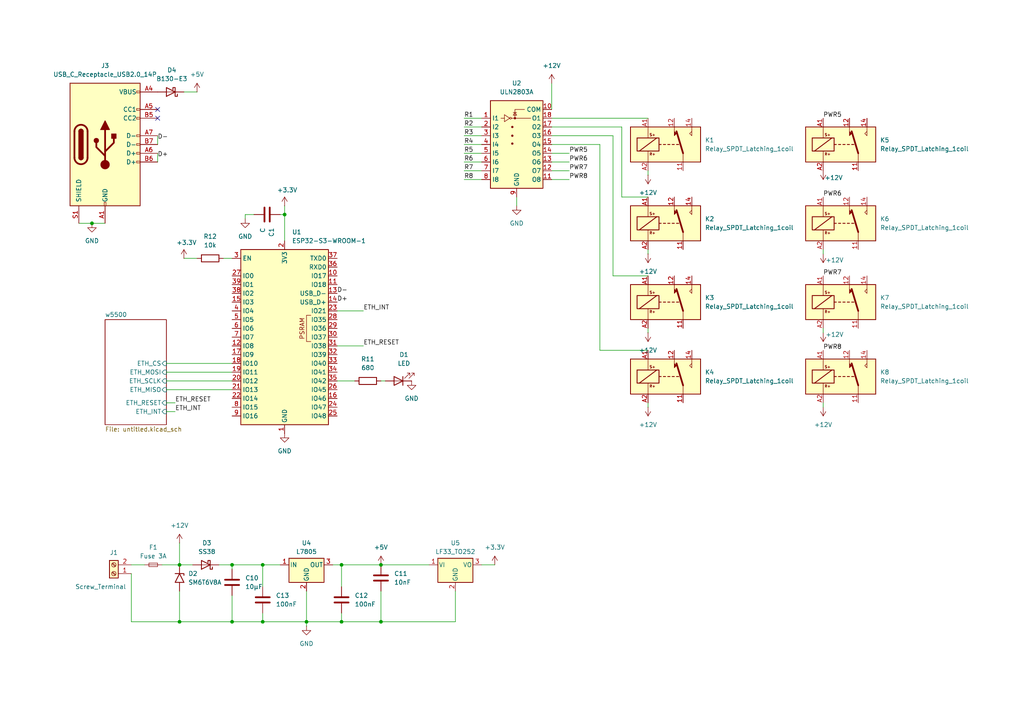
<source format=kicad_sch>
(kicad_sch (version 20250114) (generator "eeschema") (generator_version "9.0")
  (paper "A4")
  (lib_symbols
    (symbol "Connector:Screw_Terminal_01x02" (pin_names (offset 1.016) (hide yes))
      (property "Reference" "J" (at 0 2.54 0))
      (property "Value" "Screw_Terminal_01x02" (at 0 -5.08 0))
      (symbol "Screw_Terminal_01x02_1_1"
        (rectangle (start -1.27 1.27) (end 1.27 -3.81) (stroke (width 0.254)) (fill (type background)))
        (polyline (pts (xy -0.5334 0.3302) (xy 0.3302 -0.508)) (stroke (width 0.1524)))
        (polyline (pts (xy -0.5334 -2.2098) (xy 0.3302 -3.048)) (stroke (width 0.1524)))
        (polyline (pts (xy -0.3556 0.508) (xy 0.508 -0.3302)) (stroke (width 0.1524)))
        (polyline (pts (xy -0.3556 -2.032) (xy 0.508 -2.8702)) (stroke (width 0.1524)))
        (circle (center 0 0) (radius 0.635) (stroke (width 0.1524)))
        (circle (center 0 -2.54) (radius 0.635) (stroke (width 0.1524)))
        (pin passive line (at -5.08 0 0) (length 3.81) (name "Pin_1") (number "1"))
        (pin passive line (at -5.08 -2.54 0) (length 3.81) (name "Pin_2") (number "2"))
      )
    )
    (symbol "Connector:USB_C_Receptacle_USB2.0_14P" (pin_names (offset 1.016))
      (property "Reference" "J" (at 0 22.225 0))
      (property "Value" "USB_C_Receptacle_USB2.0_14P" (at 0 19.685 0))
      (symbol "USB_C_Receptacle_USB2.0_14P_0_0"
        (rectangle (start -0.254 -17.78) (end 0.254 -16.764))
        (rectangle (start 10.16 15.494) (end 9.144 14.986))
        (rectangle (start 10.16 10.414) (end 9.144 9.906))
        (rectangle (start 10.16 7.874) (end 9.144 7.366))
        (rectangle (start 10.16 2.794) (end 9.144 2.286))
        (rectangle (start 10.16 0.254) (end 9.144 -0.254))
        (rectangle (start 10.16 -2.286) (end 9.144 -2.794))
        (rectangle (start 10.16 -4.826) (end 9.144 -5.334))
      )
      (symbol "USB_C_Receptacle_USB2.0_14P_0_1"
        (rectangle (start -10.16 17.78) (end 10.16 -17.78) (stroke (width 0.254)) (fill (type background)))
        (polyline (pts (xy -8.89 -3.81) (xy -8.89 3.81)) (stroke (width 0.508)))
        (rectangle (start -7.62 -3.81) (end -6.35 3.81) (stroke (width 0.254)) (fill (type outline)))
        (arc (start -7.62 3.81) (mid -6.985 4.4423) (end -6.35 3.81) (stroke (width 0.254)))
        (arc (start -7.62 3.81) (mid -6.985 4.4423) (end -6.35 3.81) (stroke (width 0.254)) (fill (type outline)))
        (arc (start -8.89 3.81) (mid -6.985 5.7067) (end -5.08 3.81) (stroke (width 0.508)))
        (arc (start -5.08 -3.81) (mid -6.985 -5.7067) (end -8.89 -3.81) (stroke (width 0.508)))
        (arc (start -6.35 -3.81) (mid -6.985 -4.4423) (end -7.62 -3.81) (stroke (width 0.254)))
        (arc (start -6.35 -3.81) (mid -6.985 -4.4423) (end -7.62 -3.81) (stroke (width 0.254)) (fill (type outline)))
        (polyline (pts (xy -5.08 3.81) (xy -5.08 -3.81)) (stroke (width 0.508)))
        (circle (center -2.54 1.143) (radius 0.635) (stroke (width 0.254)) (fill (type outline)))
        (polyline (pts (xy -1.27 4.318) (xy 0 6.858) (xy 1.27 4.318) (xy -1.27 4.318)) (stroke (width 0.254)) (fill (type outline)))
        (polyline (pts (xy 0 -2.032) (xy 2.54 0.508) (xy 2.54 1.778)) (stroke (width 0.508)))
        (polyline (pts (xy 0 -3.302) (xy -2.54 -0.762) (xy -2.54 0.508)) (stroke (width 0.508)))
        (polyline (pts (xy 0 -5.842) (xy 0 4.318)) (stroke (width 0.508)))
        (circle (center 0 -5.842) (radius 1.27) (fill (type outline)))
        (rectangle (start 1.905 1.778) (end 3.175 3.048) (stroke (width 0.254)) (fill (type outline)))
      )
      (symbol "USB_C_Receptacle_USB2.0_14P_1_1"
        (pin passive line (at -7.62 -22.86 90) (length 5.08) (name "SHIELD") (number "S1"))
        (pin passive line (at 0 -22.86 90) (length 5.08) (name "GND") (number "A1"))
        (pin passive line (at 0 -22.86 90) (length 5.08) (hide yes) (name "GND") (number "A12"))
        (pin passive line (at 0 -22.86 90) (length 5.08) (hide yes) (name "GND") (number "B1"))
        (pin passive line (at 0 -22.86 90) (length 5.08) (hide yes) (name "GND") (number "B12"))
        (pin passive line (at 15.24 15.24 180) (length 5.08) (name "VBUS") (number "A4"))
        (pin passive line (at 15.24 15.24 180) (length 5.08) (hide yes) (name "VBUS") (number "A9"))
        (pin passive line (at 15.24 15.24 180) (length 5.08) (hide yes) (name "VBUS") (number "B4"))
        (pin passive line (at 15.24 15.24 180) (length 5.08) (hide yes) (name "VBUS") (number "B9"))
        (pin bidirectional line (at 15.24 10.16 180) (length 5.08) (name "CC1") (number "A5"))
        (pin bidirectional line (at 15.24 7.62 180) (length 5.08) (name "CC2") (number "B5"))
        (pin bidirectional line (at 15.24 2.54 180) (length 5.08) (name "D-") (number "A7"))
        (pin bidirectional line (at 15.24 0 180) (length 5.08) (name "D-") (number "B7"))
        (pin bidirectional line (at 15.24 -2.54 180) (length 5.08) (name "D+") (number "A6"))
        (pin bidirectional line (at 15.24 -5.08 180) (length 5.08) (name "D+") (number "B6"))
      )
    )
    (symbol "Device:C" (pin_numbers (hide yes)) (pin_names (offset 0.254))
      (property "Reference" "C" (at 0.635 2.54 0))
      (property "Value" "C" (at 0.635 -2.54 0))
      (symbol "C_0_1"
        (polyline (pts (xy -2.032 0.762) (xy 2.032 0.762)) (stroke (width 0.508)))
        (polyline (pts (xy -2.032 -0.762) (xy 2.032 -0.762)) (stroke (width 0.508)))
      )
      (symbol "C_1_1"
        (pin passive line (at 0 3.81 270) (length 2.794) (name "~") (number "1"))
        (pin passive line (at 0 -3.81 90) (length 2.794) (name "~") (number "2"))
      )
    )
    (symbol "Device:Fuse_Small" (pin_numbers (hide yes)) (pin_names (offset 0.254) (hide yes))
      (property "Reference" "F" (at 0 -1.524 0))
      (property "Value" "Fuse_Small" (at 0 1.524 0))
      (symbol "Fuse_Small_0_1"
        (rectangle (start -1.27 0.508) (end 1.27 -0.508))
        (polyline (pts (xy -1.27 0) (xy 1.27 0)))
      )
      (symbol "Fuse_Small_1_1"
        (pin passive line (at -2.54 0 0) (length 1.27) (name "~") (number "1"))
        (pin passive line (at 2.54 0 180) (length 1.27) (name "~") (number "2"))
      )
    )
    (symbol "Device:LED" (pin_numbers (hide yes)) (pin_names (offset 1.016) (hide yes))
      (property "Reference" "D" (at 0 2.54 0))
      (property "Value" "LED" (at 0 -2.54 0))
      (symbol "LED_0_1"
        (polyline (pts (xy -3.048 -0.762) (xy -4.572 -2.286) (xy -3.81 -2.286) (xy -4.572 -2.286) (xy -4.572 -1.524)))
        (polyline (pts (xy -1.778 -0.762) (xy -3.302 -2.286) (xy -2.54 -2.286) (xy -3.302 -2.286) (xy -3.302 -1.524)))
        (polyline (pts (xy -1.27 0) (xy 1.27 0)))
        (polyline (pts (xy -1.27 -1.27) (xy -1.27 1.27)) (stroke (width 0.254)))
        (polyline (pts (xy 1.27 -1.27) (xy 1.27 1.27) (xy -1.27 0) (xy 1.27 -1.27)) (stroke (width 0.254)))
      )
      (symbol "LED_1_1"
        (pin passive line (at -3.81 0 0) (length 2.54) (name "K") (number "1"))
        (pin passive line (at 3.81 0 180) (length 2.54) (name "A") (number "2"))
      )
    )
    (symbol "Device:R" (pin_numbers (hide yes)) (pin_names (offset 0))
      (property "Reference" "R" (at 2.032 0 90))
      (property "Value" "R" (at 0 0 90))
      (symbol "R_0_1"
        (rectangle (start -1.016 -2.54) (end 1.016 2.54) (stroke (width 0.254)))
      )
      (symbol "R_1_1"
        (pin passive line (at 0 3.81 270) (length 1.27) (name "~") (number "1"))
        (pin passive line (at 0 -3.81 90) (length 1.27) (name "~") (number "2"))
      )
    )
    (symbol "Diode:B130-E3" (pin_numbers (hide yes)) (pin_names (hide yes))
      (property "Reference" "D" (at 0 2.54 0))
      (property "Value" "B130-E3" (at 0 -2.54 0))
      (symbol "B130-E3_0_1"
        (polyline (pts (xy -1.905 0.635) (xy -1.905 1.27) (xy -1.27 1.27) (xy -1.27 -1.27) (xy -0.635 -1.27) (xy -0.635 -0.635)) (stroke (width 0.254)))
        (polyline (pts (xy 1.27 1.27) (xy 1.27 -1.27) (xy -1.27 0) (xy 1.27 1.27)) (stroke (width 0.254)))
        (polyline (pts (xy 1.27 0) (xy -1.27 0)))
      )
      (symbol "B130-E3_1_1"
        (pin passive line (at -3.81 0 0) (length 2.54) (name "K") (number "1"))
        (pin passive line (at 3.81 0 180) (length 2.54) (name "A") (number "2"))
      )
    )
    (symbol "Diode:SM6T6V8A" (pin_numbers (hide yes)) (pin_names (offset 1.016) (hide yes))
      (property "Reference" "D" (at 0 2.54 0))
      (property "Value" "SM6T6V8A" (at 0 -2.54 0))
      (symbol "SM6T6V8A_0_1"
        (polyline (pts (xy -0.762 1.27) (xy -1.27 1.27) (xy -1.27 -1.27)) (stroke (width 0.254)))
        (polyline (pts (xy 1.27 1.27) (xy 1.27 -1.27) (xy -1.27 0) (xy 1.27 1.27)) (stroke (width 0.254)))
      )
      (symbol "SM6T6V8A_1_1"
        (pin passive line (at -3.81 0 0) (length 2.54) (name "A1") (number "1"))
        (pin passive line (at 3.81 0 180) (length 2.54) (name "A2") (number "2"))
      )
    )
    (symbol "Diode:SS38" (pin_numbers (hide yes)) (pin_names (offset 1.016) (hide yes))
      (property "Reference" "D" (at 0 2.54 0))
      (property "Value" "SS38" (at 0 -2.54 0))
      (symbol "SS38_0_1"
        (polyline (pts (xy -1.905 0.635) (xy -1.905 1.27) (xy -1.27 1.27) (xy -1.27 -1.27) (xy -0.635 -1.27) (xy -0.635 -0.635)) (stroke (width 0.254)))
        (polyline (pts (xy 1.27 1.27) (xy 1.27 -1.27) (xy -1.27 0) (xy 1.27 1.27)) (stroke (width 0.254)))
        (polyline (pts (xy 1.27 0) (xy -1.27 0)))
      )
      (symbol "SS38_1_1"
        (pin passive line (at -3.81 0 0) (length 2.54) (name "K") (number "1"))
        (pin passive line (at 3.81 0 180) (length 2.54) (name "A") (number "2"))
      )
    )
    (symbol "RF_Module:ESP32-S3-WROOM-1"
      (property "Reference" "U" (at -12.7 26.67 0))
      (property "Value" "ESP32-S3-WROOM-1" (at 12.7 26.67 0))
      (symbol "ESP32-S3-WROOM-1_0_0"
        (rectangle (start -12.7 25.4) (end 12.7 -25.4) (stroke (width 0.254)) (fill (type background)))
        (text "PSRAM" (at 5.08 2.54 900) (effects (font (size 1.27 1.27))))
      )
      (symbol "ESP32-S3-WROOM-1_0_1"
        (polyline (pts (xy 7.62 -1.27) (xy 6.35 -1.27) (xy 6.35 6.35) (xy 7.62 6.35)))
      )
      (symbol "ESP32-S3-WROOM-1_1_1"
        (pin input line (at -15.24 22.86 0) (length 2.54) (name "EN") (number "3"))
        (pin bidirectional line (at -15.24 17.78 0) (length 2.54) (name "IO0") (number "27"))
        (pin bidirectional line (at -15.24 15.24 0) (length 2.54) (name "IO1") (number "39"))
        (pin bidirectional line (at -15.24 12.7 0) (length 2.54) (name "IO2") (number "38"))
        (pin bidirectional line (at -15.24 10.16 0) (length 2.54) (name "IO3") (number "15"))
        (pin bidirectional line (at -15.24 7.62 0) (length 2.54) (name "IO4") (number "4"))
        (pin bidirectional line (at -15.24 5.08 0) (length 2.54) (name "IO5") (number "5"))
        (pin bidirectional line (at -15.24 2.54 0) (length 2.54) (name "IO6") (number "6"))
        (pin bidirectional line (at -15.24 0 0) (length 2.54) (name "IO7") (number "7"))
        (pin bidirectional line (at -15.24 -2.54 0) (length 2.54) (name "IO8") (number "12"))
        (pin bidirectional line (at -15.24 -5.08 0) (length 2.54) (name "IO9") (number "17"))
        (pin bidirectional line (at -15.24 -7.62 0) (length 2.54) (name "IO10") (number "18"))
        (pin bidirectional line (at -15.24 -10.16 0) (length 2.54) (name "IO11") (number "19"))
        (pin bidirectional line (at -15.24 -12.7 0) (length 2.54) (name "IO12") (number "20"))
        (pin bidirectional line (at -15.24 -15.24 0) (length 2.54) (name "IO13") (number "21"))
        (pin bidirectional line (at -15.24 -17.78 0) (length 2.54) (name "IO14") (number "22"))
        (pin bidirectional line (at -15.24 -20.32 0) (length 2.54) (name "IO15") (number "8"))
        (pin bidirectional line (at -15.24 -22.86 0) (length 2.54) (name "IO16") (number "9"))
        (pin power_in line (at 0 27.94 270) (length 2.54) (name "3V3") (number "2"))
        (pin power_in line (at 0 -27.94 90) (length 2.54) (name "GND") (number "1"))
        (pin passive line (at 0 -27.94 90) (length 2.54) (hide yes) (name "GND") (number "40"))
        (pin passive line (at 0 -27.94 90) (length 2.54) (hide yes) (name "GND") (number "41"))
        (pin bidirectional line (at 15.24 22.86 180) (length 2.54) (name "TXD0") (number "37"))
        (pin bidirectional line (at 15.24 20.32 180) (length 2.54) (name "RXD0") (number "36"))
        (pin bidirectional line (at 15.24 17.78 180) (length 2.54) (name "IO17") (number "10"))
        (pin bidirectional line (at 15.24 15.24 180) (length 2.54) (name "IO18") (number "11"))
        (pin bidirectional line (at 15.24 12.7 180) (length 2.54) (name "USB_D-") (number "13"))
        (pin bidirectional line (at 15.24 10.16 180) (length 2.54) (name "USB_D+") (number "14"))
        (pin bidirectional line (at 15.24 7.62 180) (length 2.54) (name "IO21") (number "23"))
        (pin bidirectional line (at 15.24 5.08 180) (length 2.54) (name "IO35") (number "28"))
        (pin bidirectional line (at 15.24 2.54 180) (length 2.54) (name "IO36") (number "29"))
        (pin bidirectional line (at 15.24 0 180) (length 2.54) (name "IO37") (number "30"))
        (pin bidirectional line (at 15.24 -2.54 180) (length 2.54) (name "IO38") (number "31"))
        (pin bidirectional line (at 15.24 -5.08 180) (length 2.54) (name "IO39") (number "32"))
        (pin bidirectional line (at 15.24 -7.62 180) (length 2.54) (name "IO40") (number "33"))
        (pin bidirectional line (at 15.24 -10.16 180) (length 2.54) (name "IO41") (number "34"))
        (pin bidirectional line (at 15.24 -12.7 180) (length 2.54) (name "IO42") (number "35"))
        (pin bidirectional line (at 15.24 -15.24 180) (length 2.54) (name "IO45") (number "26"))
        (pin bidirectional line (at 15.24 -17.78 180) (length 2.54) (name "IO46") (number "16"))
        (pin bidirectional line (at 15.24 -20.32 180) (length 2.54) (name "IO47") (number "24"))
        (pin bidirectional line (at 15.24 -22.86 180) (length 2.54) (name "IO48") (number "25"))
      )
    )
    (symbol "Regulator_Linear:L7805" (pin_names (offset 0.254))
      (property "Reference" "U" (at -3.81 3.175 0))
      (property "Value" "L7805" (at 0 3.175 0))
      (symbol "L7805_0_1"
        (rectangle (start -5.08 1.905) (end 5.08 -5.08) (stroke (width 0.254)) (fill (type background)))
      )
      (symbol "L7805_1_1"
        (pin power_in line (at -7.62 0 0) (length 2.54) (name "IN") (number "1"))
        (pin power_in line (at 0 -7.62 90) (length 2.54) (name "GND") (number "2"))
        (pin power_out line (at 7.62 0 180) (length 2.54) (name "OUT") (number "3"))
      )
    )
    (symbol "Regulator_Linear:LF33_TO252" (pin_names (offset 0.254))
      (property "Reference" "U" (at -3.81 3.175 0))
      (property "Value" "LF33_TO252" (at 0 3.175 0))
      (symbol "LF33_TO252_0_1"
        (rectangle (start -5.08 1.905) (end 5.08 -5.08) (stroke (width 0.254)) (fill (type background)))
      )
      (symbol "LF33_TO252_1_1"
        (pin power_in line (at -7.62 0 0) (length 2.54) (name "VI") (number "1"))
        (pin power_in line (at 0 -7.62 90) (length 2.54) (name "GND") (number "2"))
        (pin power_out line (at 7.62 0 180) (length 2.54) (name "VO") (number "3"))
      )
    )
    (symbol "Relay:Relay_SPDT_Latching_1coil"
      (property "Reference" "K" (at 11.43 3.81 0))
      (property "Value" "Relay_SPDT_Latching_1coil" (at 11.43 1.27 0))
      (symbol "Relay_SPDT_Latching_1coil_0_0"
        (polyline (pts (xy 7.62 5.08) (xy 7.62 2.54) (xy 6.985 3.175) (xy 7.62 3.81)))
      )
      (symbol "Relay_SPDT_Latching_1coil_0_1"
        (rectangle (start -8.255 1.905) (end -1.905 -1.905) (stroke (width 0.254)))
        (polyline (pts (xy -7.62 -1.905) (xy -2.54 1.905)) (stroke (width 0.254)))
        (polyline (pts (xy -5.08 5.08) (xy -5.08 1.905)))
        (polyline (pts (xy -5.08 -5.08) (xy -5.08 -1.905)))
        (polyline (pts (xy -1.905 0) (xy -1.27 0)) (stroke (width 0.254)))
        (polyline (pts (xy -0.635 0) (xy 0 0)) (stroke (width 0.254)))
        (polyline (pts (xy 0.635 0) (xy 1.27 0)) (stroke (width 0.254)))
        (polyline (pts (xy 1.905 0) (xy 2.54 0)) (stroke (width 0.254)))
        (polyline (pts (xy 2.54 5.08) (xy 2.54 2.54) (xy 3.175 3.175) (xy 2.54 3.81)) (fill (type outline)))
        (polyline (pts (xy 3.175 0) (xy 3.81 0)) (stroke (width 0.254)))
        (polyline (pts (xy 5.08 -2.54) (xy 3.175 3.81)) (stroke (width 0.508)))
        (polyline (pts (xy 5.08 -2.54) (xy 5.08 -5.08)))
      )
      (symbol "Relay_SPDT_Latching_1coil_1_0"
        (text "S+" (at -3.81 2.794 0) (effects (font (size 0.762 0.762))))
        (text "R+" (at -3.81 -2.794 0) (effects (font (size 0.762 0.762))))
      )
      (symbol "Relay_SPDT_Latching_1coil_1_1"
        (rectangle (start -10.16 5.08) (end 10.16 -5.08) (stroke (width 0.254)) (fill (type background)))
        (pin passive line (at -5.08 7.62 270) (length 2.54) (name "~") (number "A1"))
        (pin passive line (at -5.08 -7.62 90) (length 2.54) (name "~") (number "A2"))
        (pin passive line (at 2.54 7.62 270) (length 2.54) (name "~") (number "12"))
        (pin passive line (at 5.08 -7.62 90) (length 2.54) (name "~") (number "11"))
        (pin passive line (at 7.62 7.62 270) (length 2.54) (name "~") (number "14"))
      )
    )
    (symbol "Transistor_Array:ULN2803A"
      (property "Reference" "U" (at 0 13.335 0))
      (property "Value" "ULN2803A" (at 0 11.43 0))
      (symbol "ULN2803A_0_1"
        (rectangle (start -7.62 -15.24) (end 7.62 10.16) (stroke (width 0.254)) (fill (type background)))
        (polyline (pts (xy -4.572 5.08) (xy -3.556 5.08)))
        (polyline (pts (xy -3.556 6.096) (xy -3.556 4.064) (xy -2.032 5.08) (xy -3.556 6.096)))
        (circle (center -1.778 5.08) (radius 0.254))
        (polyline (pts (xy -1.524 5.08) (xy 4.064 5.08)))
        (circle (center -1.27 2.54) (radius 0.254) (fill (type outline)))
        (circle (center -1.27 0) (radius 0.254) (fill (type outline)))
        (circle (center -1.27 -2.286) (radius 0.254) (fill (type outline)))
        (circle (center -0.508 5.08) (radius 0.254) (fill (type outline)))
        (polyline (pts (xy -0.508 5.08) (xy -0.508 7.62) (xy 2.286 7.62)))
        (polyline (pts (xy 0 6.731) (xy -1.016 6.731)))
        (polyline (pts (xy 0 5.969) (xy -1.016 5.969) (xy -0.508 6.731) (xy 0 5.969)))
      )
      (symbol "ULN2803A_1_1"
        (pin input line (at -10.16 5.08 0) (length 2.54) (name "I1") (number "1"))
        (pin input line (at -10.16 2.54 0) (length 2.54) (name "I2") (number "2"))
        (pin input line (at -10.16 0 0) (length 2.54) (name "I3") (number "3"))
        (pin input line (at -10.16 -2.54 0) (length 2.54) (name "I4") (number "4"))
        (pin input line (at -10.16 -5.08 0) (length 2.54) (name "I5") (number "5"))
        (pin input line (at -10.16 -7.62 0) (length 2.54) (name "I6") (number "6"))
        (pin input line (at -10.16 -10.16 0) (length 2.54) (name "I7") (number "7"))
        (pin input line (at -10.16 -12.7 0) (length 2.54) (name "I8") (number "8"))
        (pin power_in line (at 0 -17.78 90) (length 2.54) (name "GND") (number "9"))
        (pin passive line (at 10.16 7.62 180) (length 2.54) (name "COM") (number "10"))
        (pin open_collector line (at 10.16 5.08 180) (length 2.54) (name "O1") (number "18"))
        (pin open_collector line (at 10.16 2.54 180) (length 2.54) (name "O2") (number "17"))
        (pin open_collector line (at 10.16 0 180) (length 2.54) (name "O3") (number "16"))
        (pin open_collector line (at 10.16 -2.54 180) (length 2.54) (name "O4") (number "15"))
        (pin open_collector line (at 10.16 -5.08 180) (length 2.54) (name "O5") (number "14"))
        (pin open_collector line (at 10.16 -7.62 180) (length 2.54) (name "O6") (number "13"))
        (pin open_collector line (at 10.16 -10.16 180) (length 2.54) (name "O7") (number "12"))
        (pin open_collector line (at 10.16 -12.7 180) (length 2.54) (name "O8") (number "11"))
      )
    )
    (symbol "power:+12V" (power) (pin_numbers (hide yes)) (pin_names (offset 0) (hide yes))
      (property "Value" "+12V" (at 0 3.556 0))
      (symbol "+12V_0_1"
        (polyline (pts (xy -0.762 1.27) (xy 0 2.54)))
        (polyline (pts (xy 0 2.54) (xy 0.762 1.27)))
        (polyline (pts (xy 0 0) (xy 0 2.54)))
      )
      (symbol "+12V_1_1"
        (pin power_in line (at 0 0 90) (length 0) (name "~") (number "1"))
      )
    )
    (symbol "power:+3.3V" (power) (pin_numbers (hide yes)) (pin_names (offset 0) (hide yes))
      (property "Value" "+3.3V" (at 0 3.556 0))
      (symbol "+3.3V_0_1"
        (polyline (pts (xy -0.762 1.27) (xy 0 2.54)))
        (polyline (pts (xy 0 2.54) (xy 0.762 1.27)))
        (polyline (pts (xy 0 0) (xy 0 2.54)))
      )
      (symbol "+3.3V_1_1"
        (pin power_in line (at 0 0 90) (length 0) (name "~") (number "1"))
      )
    )
    (symbol "power:+5V" (power) (pin_numbers (hide yes)) (pin_names (offset 0) (hide yes))
      (property "Value" "+5V" (at 0 3.556 0))
      (symbol "+5V_0_1"
        (polyline (pts (xy -0.762 1.27) (xy 0 2.54)))
        (polyline (pts (xy 0 2.54) (xy 0.762 1.27)))
        (polyline (pts (xy 0 0) (xy 0 2.54)))
      )
      (symbol "+5V_1_1"
        (pin power_in line (at 0 0 90) (length 0) (name "~") (number "1"))
      )
    )
    (symbol "power:GND" (power) (pin_numbers (hide yes)) (pin_names (offset 0) (hide yes))
      (property "Value" "GND" (at 0 -3.81 0))
      (symbol "GND_0_1"
        (polyline (pts (xy 0 0) (xy 0 -1.27) (xy 1.27 -1.27) (xy 0 -2.54) (xy -1.27 -1.27) (xy 0 -1.27)))
      )
      (symbol "GND_1_1"
        (pin power_in line (at 0 0 270) (length 0) (name "~") (number "1"))
      )
    )
  )
  (junction (at 26.67 64.77))
  (junction (at 99.06 180.34))
  (junction (at 76.2 163.83))
  (junction (at 99.06 163.83))
  (junction (at 52.07 180.34))
  (junction (at 67.31 163.83))
  (junction (at 76.2 180.34))
  (junction (at 110.49 180.34))
  (junction (at 88.9 180.34))
  (junction (at 67.31 180.34))
  (junction (at 52.07 163.83))
  (junction (at 110.49 163.83))
  (junction (at 82.55 62.23))
  (no_connect (at 45.72 31.75))
  (no_connect (at 45.72 34.29))
  (wire (pts (xy 96.52 163.83) (xy 99.06 163.83)))
  (wire (pts (xy 38.1 180.34) (xy 52.07 180.34)))
  (wire (pts (xy 110.49 163.83) (xy 124.46 163.83)))
  (wire (pts (xy 76.2 180.34) (xy 76.2 177.8)))
  (wire (pts (xy 134.62 34.29) (xy 139.7 34.29)))
  (wire (pts (xy 187.96 96.52) (xy 187.96 95.25)))
  (wire (pts (xy 134.62 36.83) (xy 139.7 36.83)))
  (wire (pts (xy 52.07 163.83) (xy 55.88 163.83)))
  (wire (pts (xy 48.26 110.49) (xy 67.31 110.49)))
  (wire (pts (xy 173.99 41.91) (xy 173.99 101.6)))
  (wire (pts (xy 53.34 74.93) (xy 57.15 74.93)))
  (wire (pts (xy 46.99 163.83) (xy 52.07 163.83)))
  (wire (pts (xy 149.86 57.15) (xy 149.86 59.69)))
  (wire (pts (xy 99.06 180.34) (xy 99.06 177.8)))
  (wire (pts (xy 81.28 163.83) (xy 76.2 163.83)))
  (wire (pts (xy 48.26 116.84) (xy 50.8 116.84)))
  (wire (pts (xy 88.9 180.34) (xy 88.9 181.61)))
  (wire (pts (xy 52.07 157.48) (xy 52.07 163.83)))
  (wire (pts (xy 160.02 44.45) (xy 165.1 44.45)))
  (wire (pts (xy 160.02 41.91) (xy 173.99 41.91)))
  (wire (pts (xy 64.77 74.93) (xy 67.31 74.93)))
  (wire (pts (xy 76.2 180.34) (xy 67.31 180.34)))
  (wire (pts (xy 160.02 34.29) (xy 187.96 34.29)))
  (wire (pts (xy 160.02 46.99) (xy 165.1 46.99)))
  (wire (pts (xy 48.26 105.41) (xy 67.31 105.41)))
  (wire (pts (xy 187.96 50.8) (xy 187.96 49.53)))
  (wire (pts (xy 45.72 39.37) (xy 45.72 41.91)))
  (wire (pts (xy 48.26 113.03) (xy 67.31 113.03)))
  (wire (pts (xy 110.49 110.49) (xy 111.76 110.49)))
  (wire (pts (xy 52.07 171.45) (xy 52.07 180.34)))
  (wire (pts (xy 238.76 96.52) (xy 238.76 95.25)))
  (wire (pts (xy 139.7 163.83) (xy 143.51 163.83)))
  (wire (pts (xy 71.12 63.5) (xy 71.12 62.23)))
  (wire (pts (xy 38.1 163.83) (xy 41.91 163.83)))
  (wire (pts (xy 76.2 170.18) (xy 76.2 163.83)))
  (wire (pts (xy 82.55 62.23) (xy 82.55 69.85)))
  (wire (pts (xy 177.8 39.37) (xy 177.8 80.01)))
  (wire (pts (xy 180.34 57.15) (xy 187.96 57.15)))
  (wire (pts (xy 88.9 180.34) (xy 76.2 180.34)))
  (wire (pts (xy 88.9 180.34) (xy 99.06 180.34)))
  (wire (pts (xy 88.9 171.45) (xy 88.9 180.34)))
  (wire (pts (xy 76.2 163.83) (xy 67.31 163.83)))
  (wire (pts (xy 82.55 59.69) (xy 82.55 62.23)))
  (wire (pts (xy 160.02 24.13) (xy 160.02 31.75)))
  (wire (pts (xy 173.99 101.6) (xy 187.96 101.6)))
  (wire (pts (xy 22.86 64.77) (xy 26.67 64.77)))
  (wire (pts (xy 238.76 73.66) (xy 238.76 72.39)))
  (wire (pts (xy 187.96 118.11) (xy 187.96 116.84)))
  (wire (pts (xy 67.31 180.34) (xy 67.31 172.72)))
  (wire (pts (xy 99.06 163.83) (xy 99.06 170.18)))
  (wire (pts (xy 160.02 49.53) (xy 165.1 49.53)))
  (wire (pts (xy 160.02 39.37) (xy 177.8 39.37)))
  (wire (pts (xy 160.02 52.07) (xy 165.1 52.07)))
  (wire (pts (xy 134.62 41.91) (xy 139.7 41.91)))
  (wire (pts (xy 99.06 163.83) (xy 110.49 163.83)))
  (wire (pts (xy 26.67 64.77) (xy 30.48 64.77)))
  (wire (pts (xy 48.26 107.95) (xy 67.31 107.95)))
  (wire (pts (xy 52.07 180.34) (xy 67.31 180.34)))
  (wire (pts (xy 134.62 49.53) (xy 139.7 49.53)))
  (wire (pts (xy 67.31 163.83) (xy 63.5 163.83)))
  (wire (pts (xy 187.96 73.66) (xy 187.96 72.39)))
  (wire (pts (xy 134.62 44.45) (xy 139.7 44.45)))
  (wire (pts (xy 48.26 119.38) (xy 50.8 119.38)))
  (wire (pts (xy 45.72 44.45) (xy 45.72 46.99)))
  (wire (pts (xy 81.28 62.23) (xy 82.55 62.23)))
  (wire (pts (xy 134.62 52.07) (xy 139.7 52.07)))
  (wire (pts (xy 57.15 26.67) (xy 53.34 26.67)))
  (wire (pts (xy 97.79 110.49) (xy 102.87 110.49)))
  (wire (pts (xy 67.31 165.1) (xy 67.31 163.83)))
  (wire (pts (xy 177.8 80.01) (xy 187.96 80.01)))
  (wire (pts (xy 238.76 118.11) (xy 238.76 116.84)))
  (wire (pts (xy 134.62 46.99) (xy 139.7 46.99)))
  (wire (pts (xy 105.41 100.33) (xy 97.79 100.33)))
  (wire (pts (xy 105.41 90.17) (xy 97.79 90.17)))
  (wire (pts (xy 160.02 36.83) (xy 180.34 36.83)))
  (wire (pts (xy 180.34 36.83) (xy 180.34 57.15)))
  (wire (pts (xy 71.12 62.23) (xy 73.66 62.23)))
  (wire (pts (xy 132.08 171.45) (xy 132.08 180.34)))
  (wire (pts (xy 132.08 180.34) (xy 110.49 180.34)))
  (wire (pts (xy 134.62 39.37) (xy 139.7 39.37)))
  (wire (pts (xy 110.49 180.34) (xy 110.49 171.45)))
  (wire (pts (xy 38.1 166.37) (xy 38.1 180.34)))
  (wire (pts (xy 99.06 180.34) (xy 110.49 180.34)))
  (label "PWR7" (at 165.1 49.53 0))
  (label "PWR5" (at 165.1 44.45 0))
  (label "R8" (at 134.62 52.07 0))
  (label "D-" (at 97.79 85.09 0))
  (label "D+" (at 97.79 87.63 0))
  (label "D+" (at 45.72 45.72 0))
  (label "R7" (at 134.62 49.53 0))
  (label "ETH_INT" (at 105.41 90.17 0))
  (label "PWR8" (at 238.76 101.6 0))
  (label "R3" (at 134.62 39.37 0))
  (label "R5" (at 134.62 44.45 0))
  (label "ETH_INT" (at 50.8 119.38 0))
  (label "R6" (at 134.62 46.99 0))
  (label "PWR8" (at 165.1 52.07 0))
  (label "R1" (at 134.62 34.29 0))
  (label "ETH_RESET" (at 50.8 116.84 0))
  (label "ETH_RESET" (at 105.41 100.33 0))
  (label "PWR7" (at 238.76 80.01 0))
  (label "PWR6" (at 238.76 57.15 0))
  (label "PWR6" (at 165.1 46.99 0))
  (label "D-" (at 45.72 40.64 0))
  (label "R2" (at 134.62 36.83 0))
  (label "R4" (at 134.62 41.91 0))
  (label "PWR5" (at 238.76 34.29 0))
  (symbol (lib_id "power:GND") (at 88.9 181.61 0) (unit 1)
    (property "Reference" "#PWR021" (effects (hide yes)))
    (property "Value" "GND" (at 88.9 186.69 0))
    (property "Description" "Power symbol creates a global label with name \"GND\" , ground" (effects (hide yes)))
  )
  (symbol (lib_id "Relay:Relay_SPDT_Latching_1coil") (at 193.04 64.77 0) (unit 1)
    (property "Reference" "K2" (at 204.47 63.4999 0) (effects (justify left)))
    (property "Value" "Relay_SPDT_Latching_1coil" (at 204.47 66.0399 0) (effects (justify left)))
    (property "Footprint" "Relay_THT:Relay_SPDT_Schrack-RP-II-1-FormC_RM3.5mm" (effects (hide yes)))
    (property "Description" "Relay SPDT, bistable, double-coil, EN50005" (effects (hide yes)))
  )
  (symbol (lib_id "power:+3.3V") (at 53.34 74.93 0) (unit 1)
    (property "Reference" "#PWR020" (effects (hide yes)))
    (property "Value" "+3.3V" (at 54.102 70.358 0))
    (property "Description" "Power symbol creates a global label with name \"+3.3V\"" (effects (hide yes)))
  )
  (symbol (lib_id "Connector:Screw_Terminal_01x02") (at 33.02 166.37 180) (unit 1)
    (property "Reference" "J1" (at 33.02 160.274 0))
    (property "Value" "Screw_Terminal" (at 29.21 170.18 0))
    (property "Footprint" "TerminalBlock:TerminalBlock_MaiXu_MX126-5.0-02P_1x02_P5.00mm" (effects (hide yes)))
    (property "Description" "Generic screw terminal, single row, 01x02, script generated (kicad-library-utils/schlib/autogen/connector/)" (effects (hide yes)))
  )
  (symbol (lib_id "Relay:Relay_SPDT_Latching_1coil") (at 193.04 87.63 0) (unit 1)
    (property "Reference" "K3" (at 204.47 86.3599 0) (effects (justify left)))
    (property "Value" "Relay_SPDT_Latching_1coil" (at 204.47 88.8999 0) (effects (justify left)))
    (property "Footprint" "Relay_THT:Relay_SPDT_Schrack-RP-II-1-FormC_RM3.5mm" (effects (hide yes)))
    (property "Description" "Relay SPDT, bistable, double-coil, EN50005" (effects (hide yes)))
  )
  (symbol (lib_id "power:+12V") (at 52.07 157.48 0) (unit 1)
    (property "Reference" "#PWR023" (effects (hide yes)))
    (property "Value" "+12V" (at 52.07 152.4 0))
    (property "Description" "Power symbol creates a global label with name \"+12V\"" (effects (hide yes)))
  )
  (symbol (lib_id "Device:LED") (at 115.57 110.49 180) (unit 1)
    (property "Reference" "D1" (at 117.1575 102.87 0))
    (property "Value" "LED" (at 117.1575 105.41 0))
    (property "Description" "Light emitting diode" (effects (hide yes)))
    (property "Sim.Pins" "1=K 2=A" (effects (hide yes)))
  )
  (symbol (lib_id "power:+12V") (at 187.96 118.11 180) (unit 1)
    (property "Reference" "#PWR027" (effects (hide yes)))
    (property "Value" "+12V" (at 187.96 123.19 0))
    (property "Description" "Power symbol creates a global label with name \"+12V\"" (effects (hide yes)))
  )
  (symbol (lib_id "RF_Module:ESP32-S3-WROOM-1") (at 82.55 97.79 0) (unit 1)
    (property "Reference" "U1" (at 84.6933 67.31 0) (effects (justify left)))
    (property "Value" "ESP32-S3-WROOM-1" (at 84.6933 69.85 0) (effects (justify left)))
    (property "Footprint" "RF_Module:ESP32-S3-WROOM-1" (effects (hide yes)))
    (property "Datasheet" "https://www.espressif.com/sites/default/files/documentation/esp32-s3-wroom-1_wroom-1u_datasheet_en.pdf" (effects (hide yes)))
    (property "Description" "RF Module, ESP32-S3 SoC, Wi-Fi 802.11b/g/n, Bluetooth, BLE, 32-bit, 3.3V, onboard antenna, SMD" (effects (hide yes)))
  )
  (symbol (lib_id "Relay:Relay_SPDT_Latching_1coil") (at 243.84 87.63 0) (unit 1)
    (property "Reference" "K7" (at 255.27 86.3599 0) (effects (justify left)))
    (property "Value" "Relay_SPDT_Latching_1coil" (at 255.27 88.8999 0) (effects (justify left)))
    (property "Footprint" "Relay_THT:Relay_SPDT_Schrack-RP-II-1-FormC_RM3.5mm" (effects (hide yes)))
    (property "Description" "Relay SPDT, bistable, double-coil, EN50005" (effects (hide yes)))
  )
  (symbol (lib_id "power:+12V") (at 238.76 73.66 180) (unit 1)
    (property "Reference" "#PWR029" (effects (hide yes)))
    (property "Value" "+12V" (at 242.062 75.438 0))
    (property "Description" "Power symbol creates a global label with name \"+12V\"" (effects (hide yes)))
  )
  (symbol (lib_id "power:+12V") (at 187.96 73.66 180) (unit 1)
    (property "Reference" "#PWR025" (effects (hide yes)))
    (property "Value" "+12V" (at 187.96 78.74 0))
    (property "Description" "Power symbol creates a global label with name \"+12V\"" (effects (hide yes)))
  )
  (symbol (lib_id "Diode:B130-E3") (at 49.53 26.67 180) (unit 1)
    (property "Reference" "D4" (at 49.8475 20.32 0))
    (property "Value" "B130-E3" (at 49.8475 22.86 0))
    (property "Footprint" "Diode_SMD:D_SMA" (effects (hide yes)))
    (property "Datasheet" "http://www.vishay.com/docs/88946/b120.pdf" (effects (hide yes)))
    (property "Description" "30V 1A Schottky Barrier Rectifier Diode, SMA(DO-214AC)" (effects (hide yes)))
  )
  (symbol (lib_id "power:+12V") (at 238.76 49.53 180) (unit 1)
    (property "Reference" "#PWR028" (effects (hide yes)))
    (property "Value" "+12V" (at 241.808 51.562 0))
    (property "Description" "Power symbol creates a global label with name \"+12V\"" (effects (hide yes)))
  )
  (symbol (lib_id "power:GND") (at 82.55 125.73 0) (unit 1)
    (property "Reference" "#PWR02" (effects (hide yes)))
    (property "Value" "GND" (at 82.55 130.81 0))
    (property "Description" "Power symbol creates a global label with name \"GND\" , ground" (effects (hide yes)))
  )
  (symbol (lib_id "power:+12V") (at 187.96 96.52 180) (unit 1)
    (property "Reference" "#PWR026" (effects (hide yes)))
    (property "Value" "+12V" (at 187.96 101.6 0))
    (property "Description" "Power symbol creates a global label with name \"+12V\"" (effects (hide yes)))
  )
  (symbol (lib_id "Relay:Relay_SPDT_Latching_1coil") (at 243.84 64.77 0) (unit 1)
    (property "Reference" "K6" (at 255.27 63.4999 0) (effects (justify left)))
    (property "Value" "Relay_SPDT_Latching_1coil" (at 255.27 66.0399 0) (effects (justify left)))
    (property "Footprint" "Relay_THT:Relay_SPDT_Schrack-RP-II-1-FormC_RM3.5mm" (effects (hide yes)))
    (property "Description" "Relay SPDT, bistable, double-coil, EN50005" (effects (hide yes)))
  )
  (symbol (lib_id "Device:C") (at 77.47 62.23 270) (unit 1)
    (property "Reference" "C1" (at 78.7401 66.04 0) (effects (justify left)))
    (property "Value" "C" (at 76.2001 66.04 0) (effects (justify left)))
    (property "Footprint" "Capacitor_SMD:C_0805_2012Metric" (effects (hide yes)))
    (property "Description" "Unpolarized capacitor" (effects (hide yes)))
  )
  (symbol (lib_id "power:GND") (at 119.38 110.49 0) (unit 1)
    (property "Reference" "#PWR019" (effects (hide yes)))
    (property "Value" "GND" (at 119.38 115.57 0))
    (property "Description" "Power symbol creates a global label with name \"GND\" , ground" (effects (hide yes)))
  )
  (symbol (lib_id "Device:R") (at 106.68 110.49 90) (unit 1)
    (property "Reference" "R11" (at 106.68 104.14 90))
    (property "Value" "680" (at 106.68 106.68 90))
    (property "Description" "Resistor" (effects (hide yes)))
  )
  (symbol (lib_id "Relay:Relay_SPDT_Latching_1coil") (at 243.84 109.22 0) (unit 1)
    (property "Reference" "K8" (at 255.27 107.9499 0) (effects (justify left)))
    (property "Value" "Relay_SPDT_Latching_1coil" (at 255.27 110.4899 0) (effects (justify left)))
    (property "Footprint" "Relay_THT:Relay_SPDT_Schrack-RP-II-1-FormC_RM3.5mm" (effects (hide yes)))
    (property "Description" "Relay SPDT, bistable, double-coil, EN50005" (effects (hide yes)))
  )
  (symbol (lib_id "power:+5V") (at 57.15 26.67 0) (unit 1)
    (property "Reference" "#PWR033" (effects (hide yes)))
    (property "Value" "+5V" (at 57.15 21.59 0))
    (property "Description" "Power symbol creates a global label with name \"+5V\"" (effects (hide yes)))
  )
  (symbol (lib_id "power:GND") (at 71.12 63.5 0) (unit 1)
    (property "Reference" "#PWR03" (effects (hide yes)))
    (property "Value" "GND" (at 71.12 68.58 0))
    (property "Description" "Power symbol creates a global label with name \"GND\" , ground" (effects (hide yes)))
  )
  (symbol (lib_id "power:+3.3V") (at 143.51 163.83 0) (unit 1)
    (property "Reference" "#PWR024" (effects (hide yes)))
    (property "Value" "+3.3V" (at 143.51 158.75 0))
    (property "Description" "Power symbol creates a global label with name \"+3.3V\"" (effects (hide yes)))
  )
  (symbol (lib_id "Regulator_Linear:LF33_TO252") (at 132.08 163.83 0) (unit 1)
    (property "Reference" "U5" (at 132.08 157.48 0))
    (property "Value" "LF33_TO252" (at 132.08 160.02 0))
    (property "Footprint" "Package_TO_SOT_SMD:TO-252-2" (effects (hide yes)))
    (property "Datasheet" "http://www.st.com/content/ccc/resource/technical/document/datasheet/c4/0e/7e/2a/be/bc/4c/bd/CD00000546.pdf/files/CD00000546.pdf/jcr:content/translations/en.CD00000546.pdf" (effects (hide yes)))
    (property "Description" "Low-drop Voltage Regulator, Io up to 500mA, Fixed Vo 3.3V, TO-252 (DPAK)" (effects (hide yes)))
  )
  (symbol (lib_id "Device:C") (at 76.2 173.99 0) (unit 1)
    (property "Reference" "C13" (at 80.01 172.7199 0) (effects (justify left)))
    (property "Value" "100nF" (at 80.01 175.2599 0) (effects (justify left)))
    (property "Description" "Unpolarized capacitor" (effects (hide yes)))
  )
  (symbol (lib_id "power:+5V") (at 110.49 163.83 0) (unit 1)
    (property "Reference" "#PWR022" (effects (hide yes)))
    (property "Value" "+5V" (at 110.49 158.75 0))
    (property "Description" "Power symbol creates a global label with name \"+5V\"" (effects (hide yes)))
  )
  (symbol (lib_id "power:+12V") (at 160.02 24.13 0) (unit 1)
    (property "Reference" "#PWR05" (effects (hide yes)))
    (property "Value" "+12V" (at 160.02 19.05 0))
    (property "Description" "Power symbol creates a global label with name \"+12V\"" (effects (hide yes)))
  )
  (symbol (lib_id "power:+12V") (at 187.96 50.8 180) (unit 1)
    (property "Reference" "#PWR06" (effects (hide yes)))
    (property "Value" "+12V" (at 187.96 55.88 0))
    (property "Description" "Power symbol creates a global label with name \"+12V\"" (effects (hide yes)))
  )
  (symbol (lib_id "Relay:Relay_SPDT_Latching_1coil") (at 243.84 41.91 0) (unit 1)
    (property "Reference" "K5" (at 255.27 40.6399 0) (effects (justify left)))
    (property "Value" "Relay_SPDT_Latching_1coil" (at 255.27 43.1799 0) (effects (justify left)))
    (property "Footprint" "Relay_THT:Relay_SPDT_Schrack-RP-II-1-FormC_RM3.5mm" (effects (hide yes)))
    (property "Description" "Relay SPDT, bistable, double-coil, EN50005" (effects (hide yes)))
  )
  (symbol (lib_id "Device:R") (at 60.96 74.93 90) (unit 1)
    (property "Reference" "R12" (at 60.96 68.58 90))
    (property "Value" "10k" (at 60.96 71.12 90))
    (property "Description" "Resistor" (effects (hide yes)))
  )
  (symbol (lib_id "Device:C") (at 110.49 167.64 0) (unit 1)
    (property "Reference" "C11" (at 114.3 166.3699 0) (effects (justify left)))
    (property "Value" "10nF" (at 114.3 168.9099 0) (effects (justify left)))
    (property "Description" "Unpolarized capacitor" (effects (hide yes)))
  )
  (symbol (lib_id "power:+12V") (at 238.76 118.11 180) (unit 1)
    (property "Reference" "#PWR031" (effects (hide yes)))
    (property "Value" "+12V" (at 238.76 123.19 0))
    (property "Description" "Power symbol creates a global label with name \"+12V\"" (effects (hide yes)))
  )
  (symbol (lib_id "power:GND") (at 26.67 64.77 0) (unit 1)
    (property "Reference" "#PWR032" (effects (hide yes)))
    (property "Value" "GND" (at 26.67 69.85 0))
    (property "Description" "Power symbol creates a global label with name \"GND\" , ground" (effects (hide yes)))
  )
  (symbol (lib_id "Connector:USB_C_Receptacle_USB2.0_14P") (at 30.48 41.91 0) (unit 1)
    (property "Reference" "J3" (at 30.48 19.05 0))
    (property "Value" "USB_C_Receptacle_USB2.0_14P" (at 30.48 21.59 0))
    (property "Footprint" "Connector_USB:USB_C_Receptacle_G-Switch_GT-USB-7010ASV" (effects (hide yes)))
    (property "Datasheet" "https://www.usb.org/sites/default/files/documents/usb_type-c.zip" (effects (hide yes)))
    (property "Description" "USB 2.0-only 14P Type-C Receptacle connector" (effects (hide yes)))
  )
  (symbol (lib_id "Relay:Relay_SPDT_Latching_1coil") (at 193.04 41.91 0) (unit 1)
    (property "Reference" "K1" (at 204.47 40.6399 0) (effects (justify left)))
    (property "Value" "Relay_SPDT_Latching_1coil" (at 204.47 43.1799 0) (effects (justify left)))
    (property "Footprint" "Relay_THT:Relay_SPDT_Schrack-RP-II-1-FormC_RM3.5mm" (effects (hide yes)))
    (property "Description" "Relay SPDT, bistable, double-coil, EN50005" (effects (hide yes)))
  )
  (symbol (lib_id "Device:C") (at 99.06 173.99 0) (unit 1)
    (property "Reference" "C12" (at 102.87 172.7199 0) (effects (justify left)))
    (property "Value" "100nF" (at 102.87 175.2599 0) (effects (justify left)))
    (property "Description" "Unpolarized capacitor" (effects (hide yes)))
  )
  (symbol (lib_id "Diode:SM6T6V8A") (at 52.07 167.64 270) (unit 1)
    (property "Reference" "D2" (at 54.61 166.3699 90) (effects (justify left)))
    (property "Value" "SM6T6V8A" (at 54.61 168.9099 90) (effects (justify left)))
    (property "Footprint" "Diode_SMD:D_SMB" (effects (hide yes)))
    (property "Datasheet" "https://www.st.com/resource/en/datasheet/sm6t.pdf" (effects (hide yes)))
    (property "Description" "600W unidirectional Transil Transient Voltage Suppressor, 6.8Vrwm, DO-214AA" (effects (hide yes)))
  )
  (symbol (lib_id "Relay:Relay_SPDT_Latching_1coil") (at 193.04 109.22 0) (unit 1)
    (property "Reference" "K4" (at 204.47 107.9499 0) (effects (justify left)))
    (property "Value" "Relay_SPDT_Latching_1coil" (at 204.47 110.4899 0) (effects (justify left)))
    (property "Footprint" "Relay_THT:Relay_SPDT_Schrack-RP-II-1-FormC_RM3.5mm" (effects (hide yes)))
    (property "Description" "Relay SPDT, bistable, double-coil, EN50005" (effects (hide yes)))
  )
  (symbol (lib_id "power:+12V") (at 238.76 96.52 180) (unit 1)
    (property "Reference" "#PWR030" (effects (hide yes)))
    (property "Value" "+12V" (at 242.062 97.028 0))
    (property "Description" "Power symbol creates a global label with name \"+12V\"" (effects (hide yes)))
  )
  (symbol (lib_id "Transistor_Array:ULN2803A") (at 149.86 39.37 0) (unit 1)
    (property "Reference" "U2" (at 149.86 24.13 0))
    (property "Value" "ULN2803A" (at 149.86 26.67 0))
    (property "Footprint" "Package_SO:SOIC-18W_7.5x11.6mm_P1.27mm" (effects (hide yes)))
    (property "Datasheet" "http://www.ti.com/lit/ds/symlink/uln2803a.pdf" (effects (hide yes)))
    (property "Description" "Darlington Transistor Arrays, SOIC18/DIP18" (effects (hide yes)))
  )
  (symbol (lib_id "power:GND") (at 149.86 59.69 0) (unit 1)
    (property "Reference" "#PWR04" (effects (hide yes)))
    (property "Value" "GND" (at 149.86 64.77 0))
    (property "Description" "Power symbol creates a global label with name \"GND\" , ground" (effects (hide yes)))
  )
  (symbol (lib_id "power:+3.3V") (at 82.55 59.69 0) (unit 1)
    (property "Reference" "#PWR01" (effects (hide yes)))
    (property "Value" "+3.3V" (at 83.312 55.118 0))
    (property "Description" "Power symbol creates a global label with name \"+3.3V\"" (effects (hide yes)))
  )
  (symbol (lib_id "Diode:SS38") (at 59.69 163.83 180) (unit 1)
    (property "Reference" "D3" (at 60.0075 157.48 0))
    (property "Value" "SS38" (at 60.0075 160.02 0))
    (property "Footprint" "Diode_SMD:D_SMA" (effects (hide yes)))
    (property "Datasheet" "https://www.microdiode.com/uploadfiles//PDF/SS32-THRU-SS3200-SMA.pdf" (effects (hide yes)))
    (property "Description" "80V 3A Schottky Diode, SMA" (effects (hide yes)))
  )
  (symbol (lib_id "Device:Fuse_Small") (at 44.45 163.83 0) (unit 1)
    (property "Reference" "F1" (at 44.45 158.75 0))
    (property "Value" "Fuse 3A" (at 44.45 161.29 0))
    (property "Footprint" "Fuse:Fuse_1210_3225Metric" (effects (hide yes)))
    (property "Description" "Fuse, small symbol" (effects (hide yes)))
  )
  (symbol (lib_id "Regulator_Linear:L7805") (at 88.9 163.83 0) (unit 1)
    (property "Reference" "U4" (at 88.9 157.48 0))
    (property "Value" "L7805" (at 88.9 160.02 0))
    (property "Footprint" "Package_TO_SOT_SMD:TO-263-3_TabPin2" (effects (hide yes)))
    (property "Datasheet" "http://www.st.com/content/ccc/resource/technical/document/datasheet/41/4f/b3/b0/12/d4/47/88/CD00000444.pdf/files/CD00000444.pdf/jcr:content/translations/en.CD00000444.pdf" (effects (hide yes)))
    (property "Description" "Positive 1.5A 35V Linear Regulator, Fixed Output 5V, TO-220/TO-263/TO-252" (effects (hide yes)))
  )
  (symbol (lib_id "Device:C") (at 67.31 168.91 0) (unit 1)
    (property "Reference" "C10" (at 71.12 167.6399 0) (effects (justify left)))
    (property "Value" "10µF" (at 71.12 170.1799 0) (effects (justify left)))
    (property "Description" "Unpolarized capacitor" (effects (hide yes)))
  )
  (sheet (at 30.48 92.71) (size 17.78 30.48) (stroke (width 0.1524))
    (property "Sheetname" "w5500" (at 30.48 91.9984 0) (effects (justify left bottom)))
    (property "Sheetfile" "untitled.kicad_sch" (at 30.48 123.7746 0) (effects (justify left top)))
    (pin "ETH_RESET" input (at 48.26 116.84 0))
    (pin "ETH_INT" input (at 48.26 119.38 0))
    (pin "ETH_CS" input (at 48.26 105.41 0))
    (pin "ETH_SCLK" input (at 48.26 110.49 0))
    (pin "ETH_MOSI" input (at 48.26 107.95 0))
    (pin "ETH_MISO" input (at 48.26 113.03 0))
  )
)
</source>
